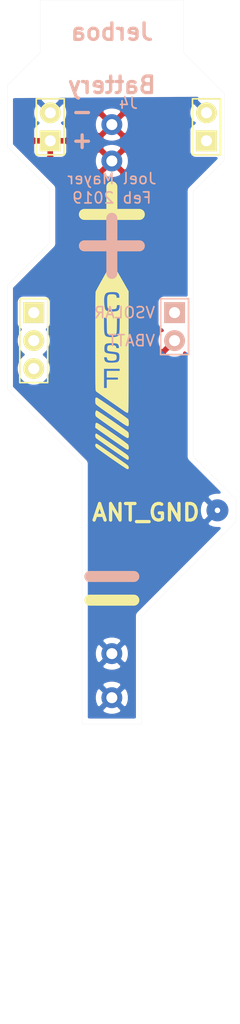
<source format=kicad_pcb>
(kicad_pcb (version 20171130) (host pcbnew "(5.0.0-rc3-dev)")

  (general
    (thickness 1.6)
    (drawings 28)
    (tracks 0)
    (zones 0)
    (modules 9)
    (nets 4)
  )

  (page A4)
  (layers
    (0 F.Cu signal)
    (31 B.Cu signal)
    (32 B.Adhes user)
    (33 F.Adhes user)
    (34 B.Paste user)
    (35 F.Paste user)
    (36 B.SilkS user)
    (37 F.SilkS user)
    (38 B.Mask user)
    (39 F.Mask user)
    (40 Dwgs.User user)
    (41 Cmts.User user)
    (42 Eco1.User user)
    (43 Eco2.User user)
    (44 Edge.Cuts user)
    (45 Margin user)
    (46 B.CrtYd user)
    (47 F.CrtYd user)
    (48 B.Fab user)
    (49 F.Fab user)
  )

  (setup
    (last_trace_width 0.25)
    (user_trace_width 1)
    (trace_clearance 0.2)
    (zone_clearance 0.508)
    (zone_45_only no)
    (trace_min 0.2)
    (segment_width 0.2)
    (edge_width 0.15)
    (via_size 0.8)
    (via_drill 0.4)
    (via_min_size 0.4)
    (via_min_drill 0.3)
    (uvia_size 0.3)
    (uvia_drill 0.1)
    (uvias_allowed no)
    (uvia_min_size 0.2)
    (uvia_min_drill 0.1)
    (pcb_text_width 0.3)
    (pcb_text_size 1.5 1.5)
    (mod_edge_width 0.15)
    (mod_text_size 1 1)
    (mod_text_width 0.15)
    (pad_size 2 2)
    (pad_drill 0.5)
    (pad_to_mask_clearance 0.2)
    (aux_axis_origin 0 0)
    (visible_elements 7FFFFFFF)
    (pcbplotparams
      (layerselection 0x010fc_ffffffff)
      (usegerberextensions false)
      (usegerberattributes false)
      (usegerberadvancedattributes false)
      (creategerberjobfile false)
      (excludeedgelayer true)
      (linewidth 0.100000)
      (plotframeref false)
      (viasonmask false)
      (mode 1)
      (useauxorigin false)
      (hpglpennumber 1)
      (hpglpenspeed 20)
      (hpglpendiameter 15.000000)
      (psnegative false)
      (psa4output false)
      (plotreference true)
      (plotvalue true)
      (plotinvisibletext false)
      (padsonsilk false)
      (subtractmaskfromsilk false)
      (outputformat 1)
      (mirror false)
      (drillshape 1)
      (scaleselection 1)
      (outputdirectory ""))
  )

  (net 0 "")
  (net 1 /V_BATT)
  (net 2 GND)
  (net 3 "Net-(J2-Pad1)")

  (net_class Default "This is the default net class."
    (clearance 0.2)
    (trace_width 0.25)
    (via_dia 0.8)
    (via_drill 0.4)
    (uvia_dia 0.3)
    (uvia_drill 0.1)
    (add_net /V_BATT)
    (add_net GND)
    (add_net "Net-(J2-Pad1)")
  )

  (module jerboa:AA_battery_holder (layer B.Cu) (tedit 5C6C8A49) (tstamp 5C6CC077)
    (at 149.2 126 180)
    (path /5A7246DE)
    (fp_text reference J4 (at -1.5 27.95 180) (layer B.SilkS)
      (effects (font (size 1 1) (thickness 0.15)) (justify mirror))
    )
    (fp_text value BATTERY_HOLDER (at 0 31 180) (layer B.Fab)
      (effects (font (size 1 1) (thickness 0.15)) (justify mirror))
    )
    (fp_line (start 0 17.5) (end 0 12.5) (layer B.SilkS) (width 1))
    (fp_line (start -2.5 15) (end 2.5 15) (layer B.SilkS) (width 1))
    (fp_line (start -2 -15) (end 2 -15) (layer B.SilkS) (width 1))
    (fp_line (start -8.45 28.5) (end -8.45 -28.5) (layer B.CrtYd) (width 0.15))
    (fp_line (start -8.45 -28.5) (end 8.45 -28.5) (layer B.CrtYd) (width 0.15))
    (fp_line (start 8.45 -28.5) (end 8.45 28.5) (layer B.CrtYd) (width 0.15))
    (fp_line (start 8.45 28.5) (end -8.45 28.5) (layer B.CrtYd) (width 0.15))
    (pad 1 thru_hole circle (at 0 26 180) (size 1.9 1.9) (drill 1) (layers *.Cu *.Mask)
      (net 1 /V_BATT))
    (pad 2 thru_hole circle (at 0 -26 180) (size 1.9 1.9) (drill 1) (layers *.Cu *.Mask)
      (net 2 GND))
  )

  (module jerboa:AAA_battery_holder (layer F.Cu) (tedit 5C6C8A7D) (tstamp 5C6C7D7D)
    (at 149.2 125.65)
    (path /5A72385E)
    (fp_text reference J1 (at 0.05 -19.9) (layer F.Fab)
      (effects (font (size 1 1) (thickness 0.15)))
    )
    (fp_text value BATTERY_HOLDER (at 0.11 -19.24) (layer F.Fab)
      (effects (font (size 1 1) (thickness 0.15)))
    )
    (fp_line (start 6.5 -25) (end -6.5 -25) (layer F.CrtYd) (width 0.15))
    (fp_line (start 6.5 25) (end 6.5 -25) (layer F.CrtYd) (width 0.15))
    (fp_line (start -6.5 25) (end 6.5 25) (layer F.CrtYd) (width 0.15))
    (fp_line (start -6.5 -25) (end -6.5 25) (layer F.CrtYd) (width 0.15))
    (fp_line (start -2 17.5) (end 2 17.5) (layer F.SilkS) (width 1))
    (fp_line (start -2.5 -17.5) (end 2.5 -17.5) (layer F.SilkS) (width 1))
    (fp_line (start 0 -20) (end 0 -15) (layer F.SilkS) (width 1))
    (pad 2 thru_hole circle (at 0 22.35) (size 1.9 1.9) (drill 1) (layers *.Cu *.Mask)
      (net 2 GND))
    (pad 1 thru_hole circle (at 0 -22.35) (size 1.9 1.9) (drill 1) (layers *.Cu *.Mask)
      (net 1 /V_BATT))
  )

  (module jerboa:cusf_logo (layer F.Cu) (tedit 0) (tstamp 5C6C8201)
    (at 149.2 121.95)
    (fp_text reference G*** (at 0 0) (layer F.SilkS) hide
      (effects (font (size 1.524 1.524) (thickness 0.3)))
    )
    (fp_text value LOGO (at 0.75 0) (layer F.SilkS) hide
      (effects (font (size 1.524 1.524) (thickness 0.3)))
    )
    (fp_poly (pts (xy 1.476375 -1.335759) (xy 1.476337 -0.640747) (xy 1.476207 -0.00649) (xy 1.475961 0.569757)
      (xy 1.475572 1.09074) (xy 1.475017 1.559203) (xy 1.474269 1.977892) (xy 1.473304 2.349551)
      (xy 1.472096 2.676927) (xy 1.470621 2.962763) (xy 1.468854 3.209806) (xy 1.466769 3.4208)
      (xy 1.464341 3.59849) (xy 1.461546 3.745621) (xy 1.458357 3.86494) (xy 1.454751 3.95919)
      (xy 1.450702 4.031116) (xy 1.446184 4.083465) (xy 1.441174 4.118981) (xy 1.435645 4.140409)
      (xy 1.429573 4.150495) (xy 1.42624 4.152159) (xy 1.375552 4.140192) (xy 1.29264 4.099442)
      (xy 1.20399 4.044333) (xy 0.953216 3.87268) (xy 0.770819 3.747222) (xy 0.770819 -5.61975)
      (xy 0.595913 -5.61975) (xy 0.421008 -5.61975) (xy 0.404593 -5.474114) (xy 0.387049 -5.378255)
      (xy 0.362077 -5.30736) (xy 0.351287 -5.291552) (xy 0.304056 -5.273471) (xy 0.210077 -5.257511)
      (xy 0.086102 -5.246224) (xy 0.037724 -5.24381) (xy -0.100848 -5.24015) (xy -0.203223 -5.24702)
      (xy -0.275137 -5.272599) (xy -0.322326 -5.325062) (xy -0.350525 -5.412588) (xy -0.365471 -5.543353)
      (xy -0.3729 -5.725536) (xy -0.375463 -5.832863) (xy -0.378893 -6.055989) (xy -0.374609 -6.223618)
      (xy -0.357817 -6.343685) (xy -0.323721 -6.424127) (xy -0.267528 -6.472878) (xy -0.184443 -6.497875)
      (xy -0.069672 -6.507053) (xy 0.032622 -6.508317) (xy 0.192919 -6.498485) (xy 0.299687 -6.465397)
      (xy 0.35997 -6.404851) (xy 0.380812 -6.312648) (xy 0.381 -6.300575) (xy 0.381 -6.19125)
      (xy 0.555625 -6.19125) (xy 0.73025 -6.19125) (xy 0.73025 -6.337265) (xy 0.715941 -6.498154)
      (xy 0.669237 -6.620848) (xy 0.584469 -6.709254) (xy 0.455966 -6.76728) (xy 0.278061 -6.798834)
      (xy 0.047625 -6.807833) (xy -0.193899 -6.79791) (xy -0.381167 -6.765933) (xy -0.521317 -6.706078)
      (xy -0.621484 -6.612524) (xy -0.688804 -6.479447) (xy -0.730412 -6.301025) (xy -0.746917 -6.1595)
      (xy -0.753117 -6.006839) (xy -0.749195 -5.830264) (xy -0.736724 -5.645851) (xy -0.717279 -5.469675)
      (xy -0.692434 -5.31781) (xy -0.663763 -5.206332) (xy -0.650444 -5.174415) (xy -0.58114 -5.075787)
      (xy -0.485142 -5.005102) (xy -0.354323 -4.959814) (xy -0.180556 -4.93738) (xy 0.044285 -4.935254)
      (xy 0.106274 -4.937463) (xy 0.311864 -4.953036) (xy 0.46064 -4.980375) (xy 0.534899 -5.007423)
      (xy 0.631868 -5.074437) (xy 0.697457 -5.171269) (xy 0.737813 -5.309854) (xy 0.753843 -5.43254)
      (xy 0.770819 -5.61975) (xy 0.770819 3.747222) (xy 0.769285 3.746166) (xy 0.769285 -4.47675)
      (xy 0.594462 -4.47675) (xy 0.41964 -4.47675) (xy 0.408153 -3.759486) (xy 0.404279 -3.528318)
      (xy 0.400412 -3.352268) (xy 0.395624 -3.222962) (xy 0.388984 -3.132024) (xy 0.379563 -3.071079)
      (xy 0.366432 -3.031753) (xy 0.348661 -3.005671) (xy 0.32532 -2.984458) (xy 0.321816 -2.981611)
      (xy 0.236966 -2.943125) (xy 0.112751 -2.92139) (xy -0.028944 -2.916403) (xy -0.166234 -2.928163)
      (xy -0.277235 -2.956669) (xy -0.321921 -2.981655) (xy -0.346087 -3.002826) (xy -0.364542 -3.027694)
      (xy -0.378208 -3.064634) (xy -0.388005 -3.122021) (xy -0.394854 -3.208229) (xy -0.399676 -3.331633)
      (xy -0.403391 -3.500609) (xy -0.406922 -3.723532) (xy -0.407454 -3.75953) (xy -0.418032 -4.47675)
      (xy -0.590016 -4.47675) (xy -0.762 -4.47675) (xy -0.762 -3.830209) (xy -0.760068 -3.535654)
      (xy -0.752845 -3.297685) (xy -0.738195 -3.109468) (xy -0.71398 -2.964167) (xy -0.678064 -2.854948)
      (xy -0.628308 -2.774975) (xy -0.562577 -2.717414) (xy -0.478732 -2.675429) (xy -0.392031 -2.646997)
      (xy -0.258256 -2.622986) (xy -0.091481 -2.612929) (xy 0.088522 -2.61592) (xy 0.261982 -2.631054)
      (xy 0.409129 -2.657425) (xy 0.498275 -2.687767) (xy 0.569525 -2.726432) (xy 0.625663 -2.769405)
      (xy 0.668637 -2.824468) (xy 0.700394 -2.899402) (xy 0.722882 -3.001988) (xy 0.738048 -3.140008)
      (xy 0.747839 -3.321244) (xy 0.754202 -3.553477) (xy 0.757216 -3.7225) (xy 0.769285 -4.47675)
      (xy 0.769285 3.746166) (xy 0.762 3.741156) (xy 0.762 0.4445) (xy 0.762 0.301625)
      (xy 0.762 0.15875) (xy 0.736942 0.15875) (xy 0.736942 -0.860724) (xy 0.731711 -1.016509)
      (xy 0.70935 -1.13558) (xy 0.662163 -1.224049) (xy 0.582456 -1.288032) (xy 0.462533 -1.333643)
      (xy 0.2947 -1.366996) (xy 0.07126 -1.394205) (xy 0.064689 -1.394881) (xy -0.083663 -1.412558)
      (xy -0.210453 -1.432269) (xy -0.301252 -1.451474) (xy -0.340124 -1.466101) (xy -0.368776 -1.52352)
      (xy -0.379609 -1.616192) (xy -0.372918 -1.71851) (xy -0.348998 -1.804866) (xy -0.33595 -1.827495)
      (xy -0.304997 -1.858) (xy -0.257206 -1.876577) (xy -0.178176 -1.885998) (xy -0.053507 -1.889038)
      (xy -0.015953 -1.889125) (xy 0.144514 -1.883381) (xy 0.251715 -1.862746) (xy 0.315127 -1.822121)
      (xy 0.344224 -1.756405) (xy 0.34925 -1.692557) (xy 0.354693 -1.650488) (xy 0.381312 -1.628577)
      (xy 0.444542 -1.620345) (xy 0.523875 -1.61925) (xy 0.6985 -1.61925) (xy 0.6985 -1.731395)
      (xy 0.685358 -1.840791) (xy 0.653581 -1.950983) (xy 0.652017 -1.954788) (xy 0.605877 -2.034484)
      (xy 0.537811 -2.092742) (xy 0.438801 -2.132464) (xy 0.299829 -2.156552) (xy 0.111879 -2.16791)
      (xy -0.015875 -2.169783) (xy -0.248794 -2.164503) (xy -0.426243 -2.142842) (xy -0.55533 -2.099199)
      (xy -0.643163 -2.027972) (xy -0.69685 -1.92356) (xy -0.7235 -1.780361) (xy -0.73025 -1.606831)
      (xy -0.725312 -1.471045) (xy -0.705722 -1.364781) (xy -0.664316 -1.283446) (xy -0.593931 -1.222446)
      (xy -0.487403 -1.177187) (xy -0.337567 -1.143076) (xy -0.137262 -1.115519) (xy 0.068376 -1.094711)
      (xy 0.185781 -1.078641) (xy 0.283244 -1.056101) (xy 0.335413 -1.034311) (xy 0.37262 -0.973719)
      (xy 0.389423 -0.877804) (xy 0.385783 -0.771389) (xy 0.361655 -0.679299) (xy 0.336081 -0.639975)
      (xy 0.273934 -0.609762) (xy 0.168058 -0.587756) (xy 0.037871 -0.575475) (xy -0.097209 -0.574439)
      (xy -0.217763 -0.586164) (xy -0.254 -0.593835) (xy -0.32754 -0.620676) (xy -0.36799 -0.666443)
      (xy -0.394455 -0.753056) (xy -0.395036 -0.755637) (xy -0.424946 -0.889) (xy -0.597078 -0.889)
      (xy -0.769211 -0.889) (xy -0.74703 -0.741089) (xy -0.712671 -0.576909) (xy -0.660367 -0.463303)
      (xy -0.579163 -0.387734) (xy -0.458099 -0.33766) (xy -0.377182 -0.317838) (xy -0.261069 -0.303266)
      (xy -0.108771 -0.297934) (xy 0.061142 -0.300952) (xy 0.2301 -0.311434) (xy 0.379533 -0.328491)
      (xy 0.49087 -0.351236) (xy 0.518017 -0.360632) (xy 0.616787 -0.421529) (xy 0.683397 -0.513354)
      (xy 0.721951 -0.645487) (xy 0.736557 -0.827305) (xy 0.736942 -0.860724) (xy 0.736942 0.15875)
      (xy 0 0.15875) (xy -0.762 0.15875) (xy -0.762 1.0795) (xy -0.762 2.00025)
      (xy -0.587375 2.00025) (xy -0.41275 2.00025) (xy -0.41275 1.61925) (xy -0.41275 1.23825)
      (xy 0.09525 1.23825) (xy 0.60325 1.23825) (xy 0.60325 1.095375) (xy 0.60325 0.9525)
      (xy 0.09525 0.9525) (xy -0.41275 0.9525) (xy -0.41275 0.6985) (xy -0.41275 0.4445)
      (xy 0.174625 0.4445) (xy 0.762 0.4445) (xy 0.762 3.741156) (xy 0.691382 3.692583)
      (xy 0.42378 3.507752) (xy 0.155702 3.321897) (xy -0.107558 3.138728) (xy -0.36071 2.961954)
      (xy -0.598461 2.795285) (xy -0.815518 2.642431) (xy -1.006589 2.507103) (xy -1.166382 2.393009)
      (xy -1.289604 2.30386) (xy -1.370963 2.243365) (xy -1.404938 2.215504) (xy -1.412718 2.204012)
      (xy -1.419738 2.186137) (xy -1.426038 2.158744) (xy -1.431655 2.118697) (xy -1.43663 2.062861)
      (xy -1.441 1.988099) (xy -1.444805 1.891276) (xy -1.448084 1.769257) (xy -1.450875 1.618907)
      (xy -1.453217 1.437088) (xy -1.455148 1.220667) (xy -1.456709 0.966506) (xy -1.457937 0.671471)
      (xy -1.458872 0.332427) (xy -1.459551 -0.053764) (xy -1.460015 -0.490235) (xy -1.460302 -0.980123)
      (xy -1.46045 -1.526564) (xy -1.460499 -2.132692) (xy -1.4605 -2.271576) (xy -1.460291 -2.977052)
      (xy -1.45966 -3.619833) (xy -1.458599 -4.200724) (xy -1.457105 -4.72053) (xy -1.45517 -5.180054)
      (xy -1.452789 -5.580102) (xy -1.449955 -5.921477) (xy -1.446663 -6.204983) (xy -1.442907 -6.431426)
      (xy -1.43868 -6.601609) (xy -1.433977 -6.716337) (xy -1.428792 -6.776414) (xy -1.426932 -6.784496)
      (xy -1.40463 -6.830572) (xy -1.354584 -6.925793) (xy -1.280181 -7.063962) (xy -1.184812 -7.23888)
      (xy -1.071863 -7.444349) (xy -0.944725 -7.67417) (xy -0.806785 -7.922145) (xy -0.722066 -8.073812)
      (xy -0.556984 -8.368189) (xy -0.419554 -8.611406) (xy -0.306959 -8.808018) (xy -0.216383 -8.962578)
      (xy -0.14501 -9.07964) (xy -0.090023 -9.163757) (xy -0.048606 -9.219483) (xy -0.017943 -9.251372)
      (xy 0.004782 -9.263978) (xy 0.014302 -9.264437) (xy 0.038914 -9.24802) (xy 0.078164 -9.201547)
      (xy 0.134271 -9.121446) (xy 0.209452 -9.004145) (xy 0.305926 -8.846071) (xy 0.425911 -8.643652)
      (xy 0.571624 -8.393316) (xy 0.745283 -8.091489) (xy 0.777875 -8.034573) (xy 1.476375 -6.814021)
      (xy 1.476375 -1.335759)) (layer F.SilkS) (width 0.1))
    (fp_poly (pts (xy 1.49225 5.115267) (xy 1.491183 5.240265) (xy 1.485512 5.314664) (xy 1.47153 5.351355)
      (xy 1.445531 5.363233) (xy 1.420812 5.363765) (xy 1.37111 5.345441) (xy 1.280722 5.296179)
      (xy 1.160317 5.222391) (xy 1.02056 5.13049) (xy 0.936625 5.072668) (xy 0.806238 4.981501)
      (xy 0.633995 4.861315) (xy 0.43021 4.719292) (xy 0.205197 4.562617) (xy -0.030731 4.398471)
      (xy -0.267261 4.234038) (xy -0.365125 4.166046) (xy -0.580518 4.015675) (xy -0.783238 3.872715)
      (xy -0.966311 3.742193) (xy -1.122767 3.629135) (xy -1.245632 3.538567) (xy -1.327933 3.475517)
      (xy -1.357313 3.45079) (xy -1.409356 3.397922) (xy -1.440107 3.349144) (xy -1.455152 3.285749)
      (xy -1.460078 3.189031) (xy -1.4605 3.105271) (xy -1.459397 2.981064) (xy -1.453574 2.907341)
      (xy -1.439266 2.871093) (xy -1.412705 2.859312) (xy -1.389063 2.858579) (xy -1.351209 2.876401)
      (xy -1.267459 2.926741) (xy -1.143793 3.005491) (xy -0.98619 3.108548) (xy -0.80063 3.231806)
      (xy -0.593091 3.371158) (xy -0.369554 3.5225) (xy -0.135997 3.681725) (xy 0.101599 3.844729)
      (xy 0.337256 4.007405) (xy 0.564994 4.165648) (xy 0.778834 4.315354) (xy 0.972796 4.452415)
      (xy 1.140901 4.572726) (xy 1.277169 4.672183) (xy 1.375621 4.746679) (xy 1.430278 4.792108)
      (xy 1.436687 4.798783) (xy 1.467318 4.85266) (xy 1.484797 4.9339) (xy 1.491788 5.057668)
      (xy 1.49225 5.115267)) (layer F.SilkS) (width 0.1))
    (fp_poly (pts (xy 1.49225 6.237431) (xy 1.490642 6.349021) (xy 1.482565 6.411275) (xy 1.463134 6.438336)
      (xy 1.427465 6.444348) (xy 1.420812 6.444314) (xy 1.380464 6.426293) (xy 1.292782 6.374618)
      (xy 1.162296 6.292277) (xy 0.993532 6.182257) (xy 0.79102 6.047546) (xy 0.559287 5.891133)
      (xy 0.302863 5.716003) (xy 0.026275 5.525146) (xy 0 5.506919) (xy -0.262368 5.324298)
      (xy -0.510085 5.150837) (xy -0.738002 4.990213) (xy -0.94097 4.846104) (xy -1.11384 4.722187)
      (xy -1.251462 4.62214) (xy -1.348688 4.549641) (xy -1.400367 4.508367) (xy -1.406318 4.502508)
      (xy -1.43957 4.432205) (xy -1.456566 4.333439) (xy -1.458014 4.225448) (xy -1.444619 4.127466)
      (xy -1.417087 4.058731) (xy -1.389277 4.038219) (xy -1.355002 4.054014) (xy -1.274689 4.102228)
      (xy -1.154277 4.178799) (xy -0.999705 4.279667) (xy -0.816913 4.400774) (xy -0.61184 4.538058)
      (xy -0.390423 4.687459) (xy -0.158604 4.844918) (xy 0.07768 5.006374) (xy 0.312489 5.167767)
      (xy 0.539885 5.325037) (xy 0.753927 5.474124) (xy 0.948678 5.610968) (xy 1.118198 5.731508)
      (xy 1.256547 5.831685) (xy 1.357788 5.907438) (xy 1.41598 5.954708) (xy 1.420812 5.959271)
      (xy 1.461236 6.010068) (xy 1.483081 6.074515) (xy 1.491483 6.172611) (xy 1.49225 6.237431)) (layer F.SilkS) (width 0.1))
    (fp_poly (pts (xy 1.49225 7.351618) (xy 1.488607 7.439393) (xy 1.472018 7.480421) (xy 1.433994 7.491297)
      (xy 1.420812 7.491266) (xy 1.380543 7.473133) (xy 1.293579 7.421737) (xy 1.165073 7.340479)
      (xy 1.000178 7.232759) (xy 0.804046 7.101977) (xy 0.581831 6.951533) (xy 0.338685 6.784826)
      (xy 0.109636 6.626079) (xy -0.146173 6.447829) (xy -0.391263 6.276889) (xy -0.619626 6.117461)
      (xy -0.825254 5.973745) (xy -1.002142 5.849942) (xy -1.144282 5.750252) (xy -1.245666 5.678877)
      (xy -1.296854 5.642499) (xy -1.463605 5.522374) (xy -1.454116 5.340874) (xy -1.446264 5.237885)
      (xy -1.432086 5.183364) (xy -1.404902 5.162284) (xy -1.373456 5.159375) (xy -1.331146 5.177297)
      (xy -1.243394 5.22828) (xy -1.116194 5.308149) (xy -0.955541 5.412729) (xy -0.767429 5.537846)
      (xy -0.557854 5.679324) (xy -0.332808 5.832989) (xy -0.098288 5.994666) (xy 0.139713 6.160179)
      (xy 0.375199 6.325354) (xy 0.602178 6.486016) (xy 0.814653 6.637991) (xy 1.00663 6.777103)
      (xy 1.172115 6.899177) (xy 1.305114 7.000039) (xy 1.399631 7.075513) (xy 1.449673 7.121425)
      (xy 1.455509 7.129601) (xy 1.478778 7.212849) (xy 1.491463 7.320822) (xy 1.49225 7.351618)) (layer F.SilkS) (width 0.1))
    (fp_poly (pts (xy 1.49225 8.289441) (xy 1.486218 8.372215) (xy 1.463097 8.408071) (xy 1.433153 8.41375)
      (xy 1.396297 8.396084) (xy 1.312578 8.345359) (xy 1.18712 8.264984) (xy 1.025043 8.158367)
      (xy 0.831471 8.028916) (xy 0.611526 7.880041) (xy 0.370329 7.71515) (xy 0.113004 7.537651)
      (xy 0.027755 7.478513) (xy -0.234723 7.295857) (xy -0.483028 7.122449) (xy -0.711944 6.961973)
      (xy -0.916256 6.818115) (xy -1.090746 6.69456) (xy -1.2302 6.594994) (xy -1.3294 6.523102)
      (xy -1.383132 6.482569) (xy -1.389524 6.477151) (xy -1.440176 6.406821) (xy -1.459541 6.308226)
      (xy -1.4605 6.269388) (xy -1.451839 6.169364) (xy -1.426185 6.128648) (xy -1.420121 6.12775)
      (xy -1.387076 6.145357) (xy -1.308012 6.195462) (xy -1.188821 6.273987) (xy -1.035393 6.376854)
      (xy -0.853619 6.499987) (xy -0.64939 6.639307) (xy -0.428596 6.790737) (xy -0.197128 6.9502)
      (xy 0.039124 7.113618) (xy 0.274267 7.276914) (xy 0.502413 7.436011) (xy 0.717669 7.586831)
      (xy 0.914146 7.725297) (xy 1.085953 7.847331) (xy 1.227198 7.948856) (xy 1.331991 8.025794)
      (xy 1.394442 8.074069) (xy 1.404937 8.083185) (xy 1.470173 8.166792) (xy 1.491854 8.268028)
      (xy 1.49225 8.289441)) (layer F.SilkS) (width 0.1))
    (fp_poly (pts (xy 1.49225 9.17752) (xy 1.483287 9.244669) (xy 1.447068 9.267469) (xy 1.420812 9.268108)
      (xy 1.381477 9.249778) (xy 1.295504 9.198255) (xy 1.168106 9.117006) (xy 1.004494 9.009499)
      (xy 0.809879 8.879202) (xy 0.589473 8.729583) (xy 0.348487 8.564107) (xy 0.092133 8.386244)
      (xy 0.025068 8.339421) (xy -0.235426 8.156916) (xy -0.482095 7.983332) (xy -0.709636 7.822454)
      (xy -0.912748 7.678063) (xy -1.086132 7.553945) (xy -1.224485 7.453882) (xy -1.322508 7.381657)
      (xy -1.374899 7.341055) (xy -1.379869 7.336653) (xy -1.447785 7.234568) (xy -1.4605 7.15409)
      (xy -1.450785 7.076354) (xy -1.41513 7.051669) (xy -1.343773 7.075112) (xy -1.324077 7.085293)
      (xy -1.2716 7.117623) (xy -1.174931 7.181425) (xy -1.040179 7.272424) (xy -0.873458 7.386343)
      (xy -0.680879 7.518907) (xy -0.468555 7.66584) (xy -0.242599 7.822865) (xy -0.009121 7.985707)
      (xy 0.225765 8.150089) (xy 0.455948 8.311736) (xy 0.675315 8.466372) (xy 0.877754 8.60972)
      (xy 1.057153 8.737506) (xy 1.2074 8.845451) (xy 1.322383 8.929282) (xy 1.395988 8.984721)
      (xy 1.420812 9.005577) (xy 1.473309 9.092618) (xy 1.49225 9.17752)) (layer F.SilkS) (width 0.1))
  )

  (module agg:SIL-254P-02 (layer B.Cu) (tedit 5C6C24A9) (tstamp 5C6C6B8C)
    (at 154.9 118.33 270)
    (path /5A722E07)
    (fp_text reference J2 (at 0.15 2.35 270) (layer B.Fab)
      (effects (font (size 1 1) (thickness 0.15)) (justify mirror))
    )
    (fp_text value CONN_01x02 (at 0 -2.22 270) (layer B.Fab)
      (effects (font (size 1 1) (thickness 0.15)) (justify mirror))
    )
    (fp_line (start -2.54 1.27) (end 2.54 1.27) (layer B.Fab) (width 0.01))
    (fp_line (start 2.54 1.27) (end 2.54 -1.27) (layer B.Fab) (width 0.01))
    (fp_line (start 2.54 -1.27) (end -2.54 -1.27) (layer B.Fab) (width 0.01))
    (fp_line (start -2.54 -1.27) (end -2.54 1.27) (layer B.Fab) (width 0.01))
    (fp_line (start -2.54 1.27) (end 2.54 1.27) (layer B.SilkS) (width 0.15))
    (fp_line (start 2.54 1.27) (end 2.54 -1.27) (layer B.SilkS) (width 0.15))
    (fp_line (start 2.54 -1.27) (end -2.54 -1.27) (layer B.SilkS) (width 0.15))
    (fp_line (start -2.54 -1.27) (end -2.54 1.27) (layer B.SilkS) (width 0.15))
    (fp_line (start -2.8 1.55) (end 2.8 1.55) (layer B.CrtYd) (width 0.01))
    (fp_line (start 2.8 1.55) (end 2.8 -1.55) (layer B.CrtYd) (width 0.01))
    (fp_line (start 2.8 -1.55) (end -2.8 -1.55) (layer B.CrtYd) (width 0.01))
    (fp_line (start -2.8 -1.55) (end -2.8 1.55) (layer B.CrtYd) (width 0.01))
    (pad 1 thru_hole rect (at -1.27 0 270) (size 1.9 1.9) (drill 1) (layers *.Cu *.Mask B.SilkS)
      (net 3 "Net-(J2-Pad1)"))
    (pad 2 thru_hole circle (at 1.27 0 270) (size 1.9 1.9) (drill 1) (layers *.Cu *.Mask B.SilkS)
      (net 1 /V_BATT))
    (model ${KISYS3DMOD}/Pin_Headers.3dshapes/Pin_Header_Straight_1x02.wrl
      (at (xyz 0 0 0))
      (scale (xyz 1 1 1))
      (rotate (xyz 0 0 0))
    )
  )

  (module agg:SIL-254P-03 (layer F.Cu) (tedit 57656D66) (tstamp 5C6C7471)
    (at 142.1 119.6 270)
    (fp_text reference REF** (at 0 -2.22 270) (layer F.Fab)
      (effects (font (size 1 1) (thickness 0.15)))
    )
    (fp_text value SIL-254P-03 (at 0 2.22 270) (layer F.Fab)
      (effects (font (size 1 1) (thickness 0.15)))
    )
    (fp_line (start -4.1 1.55) (end -4.1 -1.55) (layer F.CrtYd) (width 0.01))
    (fp_line (start 4.1 1.55) (end -4.1 1.55) (layer F.CrtYd) (width 0.01))
    (fp_line (start 4.1 -1.55) (end 4.1 1.55) (layer F.CrtYd) (width 0.01))
    (fp_line (start -4.1 -1.55) (end 4.1 -1.55) (layer F.CrtYd) (width 0.01))
    (fp_line (start -3.81 1.27) (end -3.81 -1.27) (layer F.SilkS) (width 0.15))
    (fp_line (start 3.81 1.27) (end -3.81 1.27) (layer F.SilkS) (width 0.15))
    (fp_line (start 3.81 -1.27) (end 3.81 1.27) (layer F.SilkS) (width 0.15))
    (fp_line (start -3.81 -1.27) (end 3.81 -1.27) (layer F.SilkS) (width 0.15))
    (fp_line (start -3.81 1.27) (end -3.81 -1.27) (layer F.Fab) (width 0.01))
    (fp_line (start 3.81 1.27) (end -3.81 1.27) (layer F.Fab) (width 0.01))
    (fp_line (start 3.81 -1.27) (end 3.81 1.27) (layer F.Fab) (width 0.01))
    (fp_line (start -3.81 -1.27) (end 3.81 -1.27) (layer F.Fab) (width 0.01))
    (pad 3 thru_hole circle (at 2.54 0 270) (size 1.9 1.9) (drill 1) (layers *.Cu *.Mask F.SilkS))
    (pad 2 thru_hole circle (at 0 0 270) (size 1.9 1.9) (drill 1) (layers *.Cu *.Mask F.SilkS))
    (pad 1 thru_hole rect (at -2.54 0 270) (size 1.9 1.9) (drill 1) (layers *.Cu *.Mask F.SilkS))
    (model ${KISYS3DMOD}/Pin_Headers.3dshapes/Pin_Header_Straight_1x03.wrl
      (at (xyz 0 0 0))
      (scale (xyz 1 1 1))
      (rotate (xyz 0 0 0))
    )
  )

  (module agg:SIL-254P-02 (layer F.Cu) (tedit 5C6C1FB3) (tstamp 5C6C712B)
    (at 157.8 100.2 90)
    (fp_text reference REF** (at 0 -2.22 90) (layer F.Fab)
      (effects (font (size 1 1) (thickness 0.15)))
    )
    (fp_text value SIL-254P-02 (at 0 2.22 90) (layer F.Fab)
      (effects (font (size 1 1) (thickness 0.15)))
    )
    (fp_line (start -2.8 1.55) (end -2.8 -1.55) (layer F.CrtYd) (width 0.01))
    (fp_line (start 2.8 1.55) (end -2.8 1.55) (layer F.CrtYd) (width 0.01))
    (fp_line (start 2.8 -1.55) (end 2.8 1.55) (layer F.CrtYd) (width 0.01))
    (fp_line (start -2.8 -1.55) (end 2.8 -1.55) (layer F.CrtYd) (width 0.01))
    (fp_line (start -2.54 1.27) (end -2.54 -1.27) (layer F.SilkS) (width 0.15))
    (fp_line (start 2.54 1.27) (end -2.54 1.27) (layer F.SilkS) (width 0.15))
    (fp_line (start 2.54 -1.27) (end 2.54 1.27) (layer F.SilkS) (width 0.15))
    (fp_line (start -2.54 -1.27) (end 2.54 -1.27) (layer F.SilkS) (width 0.15))
    (fp_line (start -2.54 1.27) (end -2.54 -1.27) (layer F.Fab) (width 0.01))
    (fp_line (start 2.54 1.27) (end -2.54 1.27) (layer F.Fab) (width 0.01))
    (fp_line (start 2.54 -1.27) (end 2.54 1.27) (layer F.Fab) (width 0.01))
    (fp_line (start -2.54 -1.27) (end 2.54 -1.27) (layer F.Fab) (width 0.01))
    (pad 2 thru_hole circle (at 1.27 0 90) (size 1.9 1.9) (drill 1) (layers *.Cu *.Mask F.SilkS)
      (net 2 GND))
    (pad 1 thru_hole rect (at -1.27 0 90) (size 1.9 1.9) (drill 1) (layers *.Cu *.Mask F.SilkS))
    (model ${KISYS3DMOD}/Pin_Headers.3dshapes/Pin_Header_Straight_1x02.wrl
      (at (xyz 0 0 0))
      (scale (xyz 1 1 1))
      (rotate (xyz 0 0 0))
    )
  )

  (module agg:M2.5_HOLE (layer F.Cu) (tedit 5C6C1E61) (tstamp 5C6C6B5C)
    (at 149.2 94)
    (fp_text reference REF** (at 0 -2.5) (layer F.Fab) hide
      (effects (font (size 1 1) (thickness 0.15)))
    )
    (fp_text value M2.5_HOLE (at 0 2.5) (layer F.Fab) hide
      (effects (font (size 1 1) (thickness 0.15)))
    )
    (fp_line (start -1.8 -1.8) (end 1.8 -1.8) (layer F.CrtYd) (width 0.01))
    (fp_line (start 1.8 -1.8) (end 1.8 1.8) (layer F.CrtYd) (width 0.01))
    (fp_line (start 1.8 1.8) (end -1.8 1.8) (layer F.CrtYd) (width 0.01))
    (fp_line (start -1.8 1.8) (end -1.8 -1.8) (layer F.CrtYd) (width 0.01))
    (pad "" np_thru_hole circle (at 0 0) (size 2.75 2.75) (drill 2.75) (layers *.Cu F.Mask))
  )

  (module agg:SIL-254P-02 (layer F.Cu) (tedit 57656D66) (tstamp 5C6C82C7)
    (at 143.6 100.2 90)
    (path /5A723D3B)
    (fp_text reference J3 (at 0 -2.22 90) (layer F.Fab)
      (effects (font (size 1 1) (thickness 0.15)))
    )
    (fp_text value CONN_01x02 (at 0 2.22 90) (layer F.Fab)
      (effects (font (size 1 1) (thickness 0.15)))
    )
    (fp_line (start -2.54 -1.27) (end 2.54 -1.27) (layer F.Fab) (width 0.01))
    (fp_line (start 2.54 -1.27) (end 2.54 1.27) (layer F.Fab) (width 0.01))
    (fp_line (start 2.54 1.27) (end -2.54 1.27) (layer F.Fab) (width 0.01))
    (fp_line (start -2.54 1.27) (end -2.54 -1.27) (layer F.Fab) (width 0.01))
    (fp_line (start -2.54 -1.27) (end 2.54 -1.27) (layer F.SilkS) (width 0.15))
    (fp_line (start 2.54 -1.27) (end 2.54 1.27) (layer F.SilkS) (width 0.15))
    (fp_line (start 2.54 1.27) (end -2.54 1.27) (layer F.SilkS) (width 0.15))
    (fp_line (start -2.54 1.27) (end -2.54 -1.27) (layer F.SilkS) (width 0.15))
    (fp_line (start -2.8 -1.55) (end 2.8 -1.55) (layer F.CrtYd) (width 0.01))
    (fp_line (start 2.8 -1.55) (end 2.8 1.55) (layer F.CrtYd) (width 0.01))
    (fp_line (start 2.8 1.55) (end -2.8 1.55) (layer F.CrtYd) (width 0.01))
    (fp_line (start -2.8 1.55) (end -2.8 -1.55) (layer F.CrtYd) (width 0.01))
    (pad 1 thru_hole rect (at -1.27 0 90) (size 1.9 1.9) (drill 1) (layers *.Cu *.Mask F.SilkS)
      (net 1 /V_BATT))
    (pad 2 thru_hole circle (at 1.27 0 90) (size 1.9 1.9) (drill 1) (layers *.Cu *.Mask F.SilkS)
      (net 2 GND))
    (model ${KISYS3DMOD}/Pin_Headers.3dshapes/Pin_Header_Straight_1x02.wrl
      (at (xyz 0 0 0))
      (scale (xyz 1 1 1))
      (rotate (xyz 0 0 0))
    )
  )

  (module jerboa:ANT_GND_PASSTHROUGH (layer F.Cu) (tedit 5C6C83DB) (tstamp 5C6CBFE9)
    (at 158.4 126.9)
    (path /5C6C84B9)
    (fp_text reference TP1 (at 0 -1.4) (layer F.Fab) hide
      (effects (font (size 1 1) (thickness 0.15)))
    )
    (fp_text value TESTPAD (at 0 1.6) (layer F.SilkS) hide
      (effects (font (size 1 1) (thickness 0.15)))
    )
    (pad 1 thru_hole circle (at 0.4 8.1) (size 2 2) (drill 0.5) (layers *.Cu *.Mask)
      (net 2 GND))
  )

  (gr_text ANT_GND (at 152.3 135.2) (layer F.SilkS)
    (effects (font (size 1.5 1.5) (thickness 0.3)))
  )
  (gr_line (start 156.6 130.1) (end 160.5 134) (layer Edge.Cuts) (width 0.01) (tstamp 5C6CC158))
  (gr_line (start 160.5 134) (end 160.5 136) (layer Edge.Cuts) (width 0.01) (tstamp 5C6CC158))
  (gr_line (start 139.7 96.45) (end 139.7 102) (layer Edge.Cuts) (width 0.01) (tstamp 5C6CC158))
  (gr_line (start 143.55 110.75) (end 143.55 105.85) (layer Edge.Cuts) (width 0.01) (tstamp 5C6CC13B))
  (gr_line (start 139.7 114.6) (end 143.55 110.75) (layer Edge.Cuts) (width 0.01) (tstamp 5C6CC13A))
  (gr_line (start 139.7 102) (end 143.55 105.85) (layer Edge.Cuts) (width 0.01) (tstamp 5C6CC139))
  (gr_line (start 151.9 154.4) (end 151.9 144.6) (layer Edge.Cuts) (width 0.01) (tstamp 5C6CC0DB))
  (gr_line (start 160.5 136) (end 151.9 144.6) (layer Edge.Cuts) (width 0.01) (tstamp 5C6CC0D5))
  (gr_line (start 146.5 130.8) (end 139.7 124) (layer Edge.Cuts) (width 0.01))
  (gr_line (start 146.5 154.4) (end 146.5 130.8) (layer Edge.Cuts) (width 0.01))
  (gr_line (start 151.9 154.4) (end 146.5 154.4) (layer Edge.Cuts) (width 0.01))
  (gr_text + (at 146.5 101.4) (layer B.SilkS)
    (effects (font (size 1.5 1.5) (thickness 0.3)) (justify mirror))
  )
  (gr_text - (at 146.5 98.8) (layer B.SilkS)
    (effects (font (size 1.5 1.5) (thickness 0.3)) (justify mirror))
  )
  (gr_text "Feb 2019" (at 149.2 106.65) (layer B.SilkS)
    (effects (font (size 1 1) (thickness 0.15)) (justify mirror))
  )
  (gr_text "Joel Mayer" (at 149.2 104.9) (layer B.SilkS)
    (effects (font (size 1 1) (thickness 0.15)) (justify mirror))
  )
  (gr_text VBATT (at 151 119.6) (layer B.SilkS)
    (effects (font (size 1 1) (thickness 0.15)) (justify mirror))
  )
  (gr_text "VSOLAR\n" (at 150.36 117.06) (layer B.SilkS)
    (effects (font (size 1 1) (thickness 0.15)) (justify mirror))
  )
  (gr_text "Jerboa\n\nBattery" (at 149.2 94) (layer B.SilkS)
    (effects (font (size 1.5 1.5) (thickness 0.3)) (justify mirror))
  )
  (gr_line (start 156.6 130.1) (end 156.6 106.05) (layer Edge.Cuts) (width 0.01) (tstamp 5C6C7A9C))
  (gr_line (start 156.6 106.05) (end 159.45 103.2) (layer Edge.Cuts) (width 0.01))
  (gr_line (start 159.45 103.2) (end 159.45 97.2) (layer Edge.Cuts) (width 0.01))
  (gr_line (start 139.7 114.6) (end 139.7 124) (layer Edge.Cuts) (width 0.01) (tstamp 5C6C826E))
  (gr_line (start 155.7 88.7) (end 155.7 93.45) (layer Edge.Cuts) (width 0.01) (tstamp 5C6C79E8))
  (gr_line (start 159.45 97.2) (end 155.7 93.45) (layer Edge.Cuts) (width 0.01))
  (gr_line (start 142.7 93.45) (end 142.7 88.7) (layer Edge.Cuts) (width 0.01) (tstamp 5C6C79E2))
  (gr_line (start 139.7 96.45) (end 142.7 93.45) (layer Edge.Cuts) (width 0.01))
  (gr_line (start 155.7 88.7) (end 142.7 88.7) (layer Edge.Cuts) (width 0.01))

  (zone (net 2) (net_name GND) (layer B.Cu) (tstamp 5C6C805A) (hatch edge 0.508)
    (connect_pads (clearance 0.508))
    (min_thickness 0.254)
    (fill yes (arc_segments 32) (thermal_gap 0.508) (thermal_bridge_width 0.508))
    (polygon
      (pts
        (xy 139.8 181.61) (xy 139.8 97.6) (xy 160.6 97.45) (xy 160.6 181.46)
      )
    )
    (filled_polygon
      (pts
        (xy 156.879853 97.830248) (xy 157.8 98.750395) (xy 157.814143 98.736253) (xy 157.993748 98.915858) (xy 157.979605 98.93)
        (xy 157.993748 98.944143) (xy 157.814143 99.123748) (xy 157.8 99.109605) (xy 157.785858 99.123748) (xy 157.606253 98.944143)
        (xy 157.620395 98.93) (xy 156.700248 98.009853) (xy 156.440958 98.099579) (xy 156.305065 98.380671) (xy 156.226621 98.682873)
        (xy 156.208641 98.994573) (xy 156.251816 99.303791) (xy 156.354487 99.598644) (xy 156.440958 99.760421) (xy 156.700246 99.850146)
        (xy 156.626022 99.92437) (xy 156.60582 99.930498) (xy 156.495506 99.989463) (xy 156.398815 100.068815) (xy 156.319463 100.165506)
        (xy 156.260498 100.27582) (xy 156.224188 100.395518) (xy 156.211928 100.52) (xy 156.211928 102.42) (xy 156.224188 102.544482)
        (xy 156.260498 102.66418) (xy 156.319463 102.774494) (xy 156.398815 102.871185) (xy 156.495506 102.950537) (xy 156.60582 103.009502)
        (xy 156.725518 103.045812) (xy 156.85 103.058072) (xy 158.686832 103.058072) (xy 156.169682 105.575222) (xy 156.145263 105.595262)
        (xy 156.065286 105.692715) (xy 156.005858 105.803898) (xy 155.969261 105.924539) (xy 155.956904 106.05) (xy 155.960001 106.081444)
        (xy 155.960001 115.482762) (xy 155.85 115.471928) (xy 153.95 115.471928) (xy 153.825518 115.484188) (xy 153.70582 115.520498)
        (xy 153.595506 115.579463) (xy 153.498815 115.658815) (xy 153.419463 115.755506) (xy 153.360498 115.86582) (xy 153.324188 115.985518)
        (xy 153.311928 116.11) (xy 153.311928 118.01) (xy 153.324188 118.134482) (xy 153.360498 118.25418) (xy 153.419463 118.364494)
        (xy 153.498815 118.461185) (xy 153.595506 118.540537) (xy 153.675289 118.583182) (xy 153.66885 118.589621) (xy 153.495391 118.849221)
        (xy 153.375911 119.137673) (xy 153.315 119.443891) (xy 153.315 119.756109) (xy 153.375911 120.062327) (xy 153.495391 120.350779)
        (xy 153.66885 120.610379) (xy 153.889621 120.83115) (xy 154.149221 121.004609) (xy 154.437673 121.124089) (xy 154.743891 121.185)
        (xy 155.056109 121.185) (xy 155.362327 121.124089) (xy 155.650779 121.004609) (xy 155.910379 120.83115) (xy 155.96 120.781529)
        (xy 155.96 130.068566) (xy 155.956904 130.1) (xy 155.96 130.131433) (xy 155.969261 130.225461) (xy 156.005857 130.346101)
        (xy 156.065285 130.457284) (xy 156.145262 130.554738) (xy 156.169687 130.574783) (xy 158.966993 133.372089) (xy 158.737405 133.358282)
        (xy 158.418325 133.402039) (xy 158.113912 133.507205) (xy 157.939956 133.600186) (xy 157.844192 133.864587) (xy 158.8 134.820395)
        (xy 158.814143 134.806253) (xy 158.993748 134.985858) (xy 158.979605 135) (xy 158.993748 135.014143) (xy 158.814143 135.193748)
        (xy 158.8 135.179605) (xy 157.844192 136.135413) (xy 157.939956 136.399814) (xy 158.229571 136.540704) (xy 158.541108 136.622384)
        (xy 158.862595 136.641718) (xy 158.967584 136.62732) (xy 151.469682 144.125222) (xy 151.445263 144.145262) (xy 151.365286 144.242715)
        (xy 151.305858 144.353898) (xy 151.269261 144.474539) (xy 151.256904 144.6) (xy 151.260001 144.631444) (xy 151.26 153.76)
        (xy 147.14 153.76) (xy 147.14 153.099752) (xy 148.279853 153.099752) (xy 148.369579 153.359042) (xy 148.650671 153.494935)
        (xy 148.952873 153.573379) (xy 149.264573 153.591359) (xy 149.573791 153.548184) (xy 149.868644 153.445513) (xy 150.030421 153.359042)
        (xy 150.120147 153.099752) (xy 149.2 152.179605) (xy 148.279853 153.099752) (xy 147.14 153.099752) (xy 147.14 152.064573)
        (xy 147.608641 152.064573) (xy 147.651816 152.373791) (xy 147.754487 152.668644) (xy 147.840958 152.830421) (xy 148.100248 152.920147)
        (xy 149.020395 152) (xy 149.379605 152) (xy 150.299752 152.920147) (xy 150.559042 152.830421) (xy 150.694935 152.549329)
        (xy 150.773379 152.247127) (xy 150.791359 151.935427) (xy 150.748184 151.626209) (xy 150.645513 151.331356) (xy 150.559042 151.169579)
        (xy 150.299752 151.079853) (xy 149.379605 152) (xy 149.020395 152) (xy 148.100248 151.079853) (xy 147.840958 151.169579)
        (xy 147.705065 151.450671) (xy 147.626621 151.752873) (xy 147.608641 152.064573) (xy 147.14 152.064573) (xy 147.14 150.900248)
        (xy 148.279853 150.900248) (xy 149.2 151.820395) (xy 150.120147 150.900248) (xy 150.030421 150.640958) (xy 149.749329 150.505065)
        (xy 149.447127 150.426621) (xy 149.135427 150.408641) (xy 148.826209 150.451816) (xy 148.531356 150.554487) (xy 148.369579 150.640958)
        (xy 148.279853 150.900248) (xy 147.14 150.900248) (xy 147.14 149.099752) (xy 148.279853 149.099752) (xy 148.369579 149.359042)
        (xy 148.650671 149.494935) (xy 148.952873 149.573379) (xy 149.264573 149.591359) (xy 149.573791 149.548184) (xy 149.868644 149.445513)
        (xy 150.030421 149.359042) (xy 150.120147 149.099752) (xy 149.2 148.179605) (xy 148.279853 149.099752) (xy 147.14 149.099752)
        (xy 147.14 148.064573) (xy 147.608641 148.064573) (xy 147.651816 148.373791) (xy 147.754487 148.668644) (xy 147.840958 148.830421)
        (xy 148.100248 148.920147) (xy 149.020395 148) (xy 149.379605 148) (xy 150.299752 148.920147) (xy 150.559042 148.830421)
        (xy 150.694935 148.549329) (xy 150.773379 148.247127) (xy 150.791359 147.935427) (xy 150.748184 147.626209) (xy 150.645513 147.331356)
        (xy 150.559042 147.169579) (xy 150.299752 147.079853) (xy 149.379605 148) (xy 149.020395 148) (xy 148.100248 147.079853)
        (xy 147.840958 147.169579) (xy 147.705065 147.450671) (xy 147.626621 147.752873) (xy 147.608641 148.064573) (xy 147.14 148.064573)
        (xy 147.14 146.900248) (xy 148.279853 146.900248) (xy 149.2 147.820395) (xy 150.120147 146.900248) (xy 150.030421 146.640958)
        (xy 149.749329 146.505065) (xy 149.447127 146.426621) (xy 149.135427 146.408641) (xy 148.826209 146.451816) (xy 148.531356 146.554487)
        (xy 148.369579 146.640958) (xy 148.279853 146.900248) (xy 147.14 146.900248) (xy 147.14 135.062595) (xy 157.158282 135.062595)
        (xy 157.202039 135.381675) (xy 157.307205 135.686088) (xy 157.400186 135.860044) (xy 157.664587 135.955808) (xy 158.620395 135)
        (xy 157.664587 134.044192) (xy 157.400186 134.139956) (xy 157.259296 134.429571) (xy 157.177616 134.741108) (xy 157.158282 135.062595)
        (xy 147.14 135.062595) (xy 147.14 130.831433) (xy 147.143096 130.799999) (xy 147.130739 130.674537) (xy 147.118659 130.634715)
        (xy 147.094143 130.553898) (xy 147.034715 130.442715) (xy 146.954738 130.345262) (xy 146.930319 130.325222) (xy 140.34 123.734904)
        (xy 140.34 116.11) (xy 140.511928 116.11) (xy 140.511928 118.01) (xy 140.524188 118.134482) (xy 140.560498 118.25418)
        (xy 140.619463 118.364494) (xy 140.698815 118.461185) (xy 140.795506 118.540537) (xy 140.875289 118.583182) (xy 140.86885 118.589621)
        (xy 140.695391 118.849221) (xy 140.575911 119.137673) (xy 140.515 119.443891) (xy 140.515 119.756109) (xy 140.575911 120.062327)
        (xy 140.695391 120.350779) (xy 140.86885 120.610379) (xy 141.089621 120.83115) (xy 141.147764 120.87) (xy 141.089621 120.90885)
        (xy 140.86885 121.129621) (xy 140.695391 121.389221) (xy 140.575911 121.677673) (xy 140.515 121.983891) (xy 140.515 122.296109)
        (xy 140.575911 122.602327) (xy 140.695391 122.890779) (xy 140.86885 123.150379) (xy 141.089621 123.37115) (xy 141.349221 123.544609)
        (xy 141.637673 123.664089) (xy 141.943891 123.725) (xy 142.256109 123.725) (xy 142.562327 123.664089) (xy 142.850779 123.544609)
        (xy 143.110379 123.37115) (xy 143.33115 123.150379) (xy 143.504609 122.890779) (xy 143.624089 122.602327) (xy 143.685 122.296109)
        (xy 143.685 121.983891) (xy 143.624089 121.677673) (xy 143.504609 121.389221) (xy 143.33115 121.129621) (xy 143.110379 120.90885)
        (xy 143.052236 120.87) (xy 143.110379 120.83115) (xy 143.33115 120.610379) (xy 143.504609 120.350779) (xy 143.624089 120.062327)
        (xy 143.685 119.756109) (xy 143.685 119.443891) (xy 143.624089 119.137673) (xy 143.504609 118.849221) (xy 143.33115 118.589621)
        (xy 143.324711 118.583182) (xy 143.404494 118.540537) (xy 143.501185 118.461185) (xy 143.580537 118.364494) (xy 143.639502 118.25418)
        (xy 143.675812 118.134482) (xy 143.688072 118.01) (xy 143.688072 116.11) (xy 143.675812 115.985518) (xy 143.639502 115.86582)
        (xy 143.580537 115.755506) (xy 143.501185 115.658815) (xy 143.404494 115.579463) (xy 143.29418 115.520498) (xy 143.174482 115.484188)
        (xy 143.05 115.471928) (xy 141.15 115.471928) (xy 141.025518 115.484188) (xy 140.90582 115.520498) (xy 140.795506 115.579463)
        (xy 140.698815 115.658815) (xy 140.619463 115.755506) (xy 140.560498 115.86582) (xy 140.524188 115.985518) (xy 140.511928 116.11)
        (xy 140.34 116.11) (xy 140.34 114.865096) (xy 143.98032 111.224777) (xy 144.004738 111.204738) (xy 144.084715 111.107285)
        (xy 144.144143 110.996102) (xy 144.180739 110.875462) (xy 144.19 110.781434) (xy 144.19 110.781433) (xy 144.193096 110.750001)
        (xy 144.19 110.718567) (xy 144.19 105.881433) (xy 144.193096 105.849999) (xy 144.180739 105.724537) (xy 144.14893 105.619679)
        (xy 144.144143 105.603898) (xy 144.084715 105.492715) (xy 144.004738 105.395262) (xy 143.980319 105.375222) (xy 141.748988 103.143891)
        (xy 147.615 103.143891) (xy 147.615 103.456109) (xy 147.675911 103.762327) (xy 147.795391 104.050779) (xy 147.96885 104.310379)
        (xy 148.189621 104.53115) (xy 148.449221 104.704609) (xy 148.737673 104.824089) (xy 149.043891 104.885) (xy 149.356109 104.885)
        (xy 149.662327 104.824089) (xy 149.950779 104.704609) (xy 150.210379 104.53115) (xy 150.43115 104.310379) (xy 150.604609 104.050779)
        (xy 150.724089 103.762327) (xy 150.785 103.456109) (xy 150.785 103.143891) (xy 150.724089 102.837673) (xy 150.604609 102.549221)
        (xy 150.43115 102.289621) (xy 150.210379 102.06885) (xy 149.950779 101.895391) (xy 149.662327 101.775911) (xy 149.356109 101.715)
        (xy 149.043891 101.715) (xy 148.737673 101.775911) (xy 148.449221 101.895391) (xy 148.189621 102.06885) (xy 147.96885 102.289621)
        (xy 147.795391 102.549221) (xy 147.675911 102.837673) (xy 147.615 103.143891) (xy 141.748988 103.143891) (xy 140.34 101.734904)
        (xy 140.34 98.994573) (xy 142.008641 98.994573) (xy 142.051816 99.303791) (xy 142.154487 99.598644) (xy 142.240958 99.760421)
        (xy 142.500246 99.850146) (xy 142.426022 99.92437) (xy 142.40582 99.930498) (xy 142.295506 99.989463) (xy 142.198815 100.068815)
        (xy 142.119463 100.165506) (xy 142.060498 100.27582) (xy 142.024188 100.395518) (xy 142.011928 100.52) (xy 142.011928 102.42)
        (xy 142.024188 102.544482) (xy 142.060498 102.66418) (xy 142.119463 102.774494) (xy 142.198815 102.871185) (xy 142.295506 102.950537)
        (xy 142.40582 103.009502) (xy 142.525518 103.045812) (xy 142.65 103.058072) (xy 144.55 103.058072) (xy 144.674482 103.045812)
        (xy 144.79418 103.009502) (xy 144.904494 102.950537) (xy 145.001185 102.871185) (xy 145.080537 102.774494) (xy 145.139502 102.66418)
        (xy 145.175812 102.544482) (xy 145.188072 102.42) (xy 145.188072 100.52) (xy 145.175812 100.395518) (xy 145.139502 100.27582)
        (xy 145.080537 100.165506) (xy 145.001185 100.068815) (xy 144.904494 99.989463) (xy 144.79418 99.930498) (xy 144.773978 99.92437)
        (xy 144.699754 99.850146) (xy 144.717829 99.843891) (xy 147.615 99.843891) (xy 147.615 100.156109) (xy 147.675911 100.462327)
        (xy 147.795391 100.750779) (xy 147.96885 101.010379) (xy 148.189621 101.23115) (xy 148.449221 101.404609) (xy 148.737673 101.524089)
        (xy 149.043891 101.585) (xy 149.356109 101.585) (xy 149.662327 101.524089) (xy 149.950779 101.404609) (xy 150.210379 101.23115)
        (xy 150.43115 101.010379) (xy 150.604609 100.750779) (xy 150.724089 100.462327) (xy 150.785 100.156109) (xy 150.785 99.843891)
        (xy 150.724089 99.537673) (xy 150.604609 99.249221) (xy 150.43115 98.989621) (xy 150.210379 98.76885) (xy 149.950779 98.595391)
        (xy 149.662327 98.475911) (xy 149.356109 98.415) (xy 149.043891 98.415) (xy 148.737673 98.475911) (xy 148.449221 98.595391)
        (xy 148.189621 98.76885) (xy 147.96885 98.989621) (xy 147.795391 99.249221) (xy 147.675911 99.537673) (xy 147.615 99.843891)
        (xy 144.717829 99.843891) (xy 144.959042 99.760421) (xy 145.094935 99.479329) (xy 145.173379 99.177127) (xy 145.191359 98.865427)
        (xy 145.148184 98.556209) (xy 145.045513 98.261356) (xy 144.959042 98.099579) (xy 144.699752 98.009853) (xy 143.779605 98.93)
        (xy 143.793748 98.944143) (xy 143.614143 99.123748) (xy 143.6 99.109605) (xy 143.585858 99.123748) (xy 143.406253 98.944143)
        (xy 143.420395 98.93) (xy 142.500248 98.009853) (xy 142.240958 98.099579) (xy 142.105065 98.380671) (xy 142.026621 98.682873)
        (xy 142.008641 98.994573) (xy 140.34 98.994573) (xy 140.34 97.72311) (xy 142.722874 97.705925) (xy 142.679853 97.830248)
        (xy 143.6 98.750395) (xy 144.520147 97.830248) (xy 144.472759 97.693306) (xy 156.958399 97.603265)
      )
    )
  )
  (zone (net 1) (net_name /V_BATT) (layer F.Cu) (tstamp 5C6C8057) (hatch edge 0.508)
    (connect_pads (clearance 0.508))
    (min_thickness 0.254)
    (fill yes (arc_segments 32) (thermal_gap 0.508) (thermal_bridge_width 0.508))
    (polygon
      (pts
        (xy 139.8 181.61) (xy 139.8 97.6) (xy 160.55 97.45) (xy 160.55 181.46)
      )
    )
    (filled_polygon
      (pts
        (xy 156.789621 97.69885) (xy 156.56885 97.919621) (xy 156.395391 98.179221) (xy 156.275911 98.467673) (xy 156.215 98.773891)
        (xy 156.215 99.086109) (xy 156.275911 99.392327) (xy 156.395391 99.680779) (xy 156.56885 99.940379) (xy 156.575289 99.946818)
        (xy 156.495506 99.989463) (xy 156.398815 100.068815) (xy 156.319463 100.165506) (xy 156.260498 100.27582) (xy 156.224188 100.395518)
        (xy 156.211928 100.52) (xy 156.211928 102.42) (xy 156.224188 102.544482) (xy 156.260498 102.66418) (xy 156.319463 102.774494)
        (xy 156.398815 102.871185) (xy 156.495506 102.950537) (xy 156.60582 103.009502) (xy 156.725518 103.045812) (xy 156.85 103.058072)
        (xy 158.686832 103.058072) (xy 156.169682 105.575222) (xy 156.145263 105.595262) (xy 156.065286 105.692715) (xy 156.005858 105.803898)
        (xy 155.969261 105.924539) (xy 155.956904 106.05) (xy 155.960001 106.081444) (xy 155.960001 115.482762) (xy 155.85 115.471928)
        (xy 153.95 115.471928) (xy 153.825518 115.484188) (xy 153.70582 115.520498) (xy 153.595506 115.579463) (xy 153.498815 115.658815)
        (xy 153.419463 115.755506) (xy 153.360498 115.86582) (xy 153.324188 115.985518) (xy 153.311928 116.11) (xy 153.311928 118.01)
        (xy 153.324188 118.134482) (xy 153.360498 118.25418) (xy 153.419463 118.364494) (xy 153.498815 118.461185) (xy 153.595506 118.540537)
        (xy 153.70582 118.599502) (xy 153.726022 118.60563) (xy 153.800246 118.679854) (xy 153.540958 118.769579) (xy 153.405065 119.050671)
        (xy 153.326621 119.352873) (xy 153.308641 119.664573) (xy 153.351816 119.973791) (xy 153.454487 120.268644) (xy 153.540958 120.430421)
        (xy 153.800248 120.520147) (xy 154.720395 119.6) (xy 154.706253 119.585858) (xy 154.885858 119.406253) (xy 154.9 119.420395)
        (xy 154.914143 119.406253) (xy 155.093748 119.585858) (xy 155.079605 119.6) (xy 155.093748 119.614143) (xy 154.914143 119.793748)
        (xy 154.9 119.779605) (xy 153.979853 120.699752) (xy 154.069579 120.959042) (xy 154.350671 121.094935) (xy 154.652873 121.173379)
        (xy 154.964573 121.191359) (xy 155.273791 121.148184) (xy 155.568644 121.045513) (xy 155.730421 120.959042) (xy 155.820146 120.699754)
        (xy 155.935949 120.815557) (xy 155.96 120.791506) (xy 155.96 130.068566) (xy 155.956904 130.1) (xy 155.96 130.131433)
        (xy 155.969261 130.225461) (xy 156.005857 130.346101) (xy 156.065285 130.457284) (xy 156.145262 130.554738) (xy 156.169687 130.574783)
        (xy 158.959903 133.365) (xy 158.638967 133.365) (xy 158.323088 133.427832) (xy 158.025537 133.551082) (xy 157.757748 133.730013)
        (xy 157.530013 133.957748) (xy 157.351082 134.225537) (xy 157.227832 134.523088) (xy 157.165 134.838967) (xy 157.165 135.161033)
        (xy 157.227832 135.476912) (xy 157.351082 135.774463) (xy 157.530013 136.042252) (xy 157.757748 136.269987) (xy 158.025537 136.448918)
        (xy 158.323088 136.572168) (xy 158.638967 136.635) (xy 158.959904 136.635) (xy 151.469682 144.125222) (xy 151.445263 144.145262)
        (xy 151.365286 144.242715) (xy 151.305858 144.353898) (xy 151.269261 144.474539) (xy 151.256904 144.6) (xy 151.260001 144.631444)
        (xy 151.26 153.76) (xy 147.14 153.76) (xy 147.14 151.843891) (xy 147.615 151.843891) (xy 147.615 152.156109)
        (xy 147.675911 152.462327) (xy 147.795391 152.750779) (xy 147.96885 153.010379) (xy 148.189621 153.23115) (xy 148.449221 153.404609)
        (xy 148.737673 153.524089) (xy 149.043891 153.585) (xy 149.356109 153.585) (xy 149.662327 153.524089) (xy 149.950779 153.404609)
        (xy 150.210379 153.23115) (xy 150.43115 153.010379) (xy 150.604609 152.750779) (xy 150.724089 152.462327) (xy 150.785 152.156109)
        (xy 150.785 151.843891) (xy 150.724089 151.537673) (xy 150.604609 151.249221) (xy 150.43115 150.989621) (xy 150.210379 150.76885)
        (xy 149.950779 150.595391) (xy 149.662327 150.475911) (xy 149.356109 150.415) (xy 149.043891 150.415) (xy 148.737673 150.475911)
        (xy 148.449221 150.595391) (xy 148.189621 150.76885) (xy 147.96885 150.989621) (xy 147.795391 151.249221) (xy 147.675911 151.537673)
        (xy 147.615 151.843891) (xy 147.14 151.843891) (xy 147.14 147.843891) (xy 147.615 147.843891) (xy 147.615 148.156109)
        (xy 147.675911 148.462327) (xy 147.795391 148.750779) (xy 147.96885 149.010379) (xy 148.189621 149.23115) (xy 148.449221 149.404609)
        (xy 148.737673 149.524089) (xy 149.043891 149.585) (xy 149.356109 149.585) (xy 149.662327 149.524089) (xy 149.950779 149.404609)
        (xy 150.210379 149.23115) (xy 150.43115 149.010379) (xy 150.604609 148.750779) (xy 150.724089 148.462327) (xy 150.785 148.156109)
        (xy 150.785 147.843891) (xy 150.724089 147.537673) (xy 150.604609 147.249221) (xy 150.43115 146.989621) (xy 150.210379 146.76885)
        (xy 149.950779 146.595391) (xy 149.662327 146.475911) (xy 149.356109 146.415) (xy 149.043891 146.415) (xy 148.737673 146.475911)
        (xy 148.449221 146.595391) (xy 148.189621 146.76885) (xy 147.96885 146.989621) (xy 147.795391 147.249221) (xy 147.675911 147.537673)
        (xy 147.615 147.843891) (xy 147.14 147.843891) (xy 147.14 130.831433) (xy 147.143096 130.799999) (xy 147.130739 130.674537)
        (xy 147.118659 130.634715) (xy 147.094143 130.553898) (xy 147.034715 130.442715) (xy 146.954738 130.345262) (xy 146.930319 130.325222)
        (xy 140.34 123.734904) (xy 140.34 116.11) (xy 140.511928 116.11) (xy 140.511928 118.01) (xy 140.524188 118.134482)
        (xy 140.560498 118.25418) (xy 140.619463 118.364494) (xy 140.698815 118.461185) (xy 140.795506 118.540537) (xy 140.875289 118.583182)
        (xy 140.86885 118.589621) (xy 140.695391 118.849221) (xy 140.575911 119.137673) (xy 140.515 119.443891) (xy 140.515 119.756109)
        (xy 140.575911 120.062327) (xy 140.695391 120.350779) (xy 140.86885 120.610379) (xy 141.089621 120.83115) (xy 141.147764 120.87)
        (xy 141.089621 120.90885) (xy 140.86885 121.129621) (xy 140.695391 121.389221) (xy 140.575911 121.677673) (xy 140.515 121.983891)
        (xy 140.515 122.296109) (xy 140.575911 122.602327) (xy 140.695391 122.890779) (xy 140.86885 123.150379) (xy 141.089621 123.37115)
        (xy 141.349221 123.544609) (xy 141.637673 123.664089) (xy 141.943891 123.725) (xy 142.256109 123.725) (xy 142.562327 123.664089)
        (xy 142.850779 123.544609) (xy 143.110379 123.37115) (xy 143.33115 123.150379) (xy 143.504609 122.890779) (xy 143.624089 122.602327)
        (xy 143.685 122.296109) (xy 143.685 121.983891) (xy 143.624089 121.677673) (xy 143.504609 121.389221) (xy 143.33115 121.129621)
        (xy 143.110379 120.90885) (xy 143.052236 120.87) (xy 143.110379 120.83115) (xy 143.33115 120.610379) (xy 143.504609 120.350779)
        (xy 143.624089 120.062327) (xy 143.685 119.756109) (xy 143.685 119.443891) (xy 143.624089 119.137673) (xy 143.504609 118.849221)
        (xy 143.33115 118.589621) (xy 143.324711 118.583182) (xy 143.404494 118.540537) (xy 143.501185 118.461185) (xy 143.580537 118.364494)
        (xy 143.639502 118.25418) (xy 143.675812 118.134482) (xy 143.688072 118.01) (xy 143.688072 116.11) (xy 143.675812 115.985518)
        (xy 143.639502 115.86582) (xy 143.580537 115.755506) (xy 143.501185 115.658815) (xy 143.404494 115.579463) (xy 143.29418 115.520498)
        (xy 143.174482 115.484188) (xy 143.05 115.471928) (xy 141.15 115.471928) (xy 141.025518 115.484188) (xy 140.90582 115.520498)
        (xy 140.795506 115.579463) (xy 140.698815 115.658815) (xy 140.619463 115.755506) (xy 140.560498 115.86582) (xy 140.524188 115.985518)
        (xy 140.511928 116.11) (xy 140.34 116.11) (xy 140.34 114.865096) (xy 143.98032 111.224777) (xy 144.004738 111.204738)
        (xy 144.084715 111.107285) (xy 144.144143 110.996102) (xy 144.180739 110.875462) (xy 144.19 110.781434) (xy 144.19 110.781433)
        (xy 144.193096 110.750001) (xy 144.19 110.718567) (xy 144.19 105.881433) (xy 144.193096 105.849999) (xy 144.180739 105.724537)
        (xy 144.14893 105.619679) (xy 144.144143 105.603898) (xy 144.084715 105.492715) (xy 144.004738 105.395262) (xy 143.980319 105.375222)
        (xy 143.004849 104.399752) (xy 148.279853 104.399752) (xy 148.369579 104.659042) (xy 148.650671 104.794935) (xy 148.952873 104.873379)
        (xy 149.264573 104.891359) (xy 149.573791 104.848184) (xy 149.868644 104.745513) (xy 150.030421 104.659042) (xy 150.120147 104.399752)
        (xy 149.2 103.479605) (xy 148.279853 104.399752) (xy 143.004849 104.399752) (xy 141.96967 103.364573) (xy 147.608641 103.364573)
        (xy 147.651816 103.673791) (xy 147.754487 103.968644) (xy 147.840958 104.130421) (xy 148.100248 104.220147) (xy 149.020395 103.3)
        (xy 149.379605 103.3) (xy 150.299752 104.220147) (xy 150.559042 104.130421) (xy 150.694935 103.849329) (xy 150.773379 103.547127)
        (xy 150.791359 103.235427) (xy 150.748184 102.926209) (xy 150.645513 102.631356) (xy 150.559042 102.469579) (xy 150.299752 102.379853)
        (xy 149.379605 103.3) (xy 149.020395 103.3) (xy 148.100248 102.379853) (xy 147.840958 102.469579) (xy 147.705065 102.750671)
        (xy 147.626621 103.052873) (xy 147.608641 103.364573) (xy 141.96967 103.364573) (xy 140.360847 101.75575) (xy 142.015 101.75575)
        (xy 142.015 102.482542) (xy 142.039403 102.605223) (xy 142.08727 102.720785) (xy 142.156763 102.824789) (xy 142.245211 102.913237)
        (xy 142.349215 102.98273) (xy 142.464777 103.030597) (xy 142.587458 103.055) (xy 143.31425 103.055) (xy 143.473 102.89625)
        (xy 143.473 101.597) (xy 143.727 101.597) (xy 143.727 102.89625) (xy 143.88575 103.055) (xy 144.612542 103.055)
        (xy 144.735223 103.030597) (xy 144.850785 102.98273) (xy 144.954789 102.913237) (xy 145.043237 102.824789) (xy 145.11273 102.720785)
        (xy 145.160597 102.605223) (xy 145.185 102.482542) (xy 145.185 102.200248) (xy 148.279853 102.200248) (xy 149.2 103.120395)
        (xy 150.120147 102.200248) (xy 150.030421 101.940958) (xy 149.749329 101.805065) (xy 149.447127 101.726621) (xy 149.135427 101.708641)
        (xy 148.826209 101.751816) (xy 148.531356 101.854487) (xy 148.369579 101.940958) (xy 148.279853 102.200248) (xy 145.185 102.200248)
        (xy 145.185 101.75575) (xy 145.02625 101.597) (xy 143.727 101.597) (xy 143.473 101.597) (xy 142.17375 101.597)
        (xy 142.015 101.75575) (xy 140.360847 101.75575) (xy 140.34 101.734904) (xy 140.34 97.7231) (xy 142.581575 97.706896)
        (xy 142.36885 97.919621) (xy 142.195391 98.179221) (xy 142.075911 98.467673) (xy 142.015 98.773891) (xy 142.015 99.086109)
        (xy 142.075911 99.392327) (xy 142.195391 99.680779) (xy 142.36885 99.940379) (xy 142.375043 99.946572) (xy 142.349215 99.95727)
        (xy 142.245211 100.026763) (xy 142.156763 100.115211) (xy 142.08727 100.219215) (xy 142.039403 100.334777) (xy 142.015 100.457458)
        (xy 142.015 101.18425) (xy 142.17375 101.343) (xy 143.473 101.343) (xy 143.473 101.323) (xy 143.727 101.323)
        (xy 143.727 101.343) (xy 145.02625 101.343) (xy 145.185 101.18425) (xy 145.185 101.099752) (xy 148.279853 101.099752)
        (xy 148.369579 101.359042) (xy 148.650671 101.494935) (xy 148.952873 101.573379) (xy 149.264573 101.591359) (xy 149.573791 101.548184)
        (xy 149.868644 101.445513) (xy 150.030421 101.359042) (xy 150.120147 101.099752) (xy 149.2 100.179605) (xy 148.279853 101.099752)
        (xy 145.185 101.099752) (xy 145.185 100.457458) (xy 145.160597 100.334777) (xy 145.11273 100.219215) (xy 145.043237 100.115211)
        (xy 144.992599 100.064573) (xy 147.608641 100.064573) (xy 147.651816 100.373791) (xy 147.754487 100.668644) (xy 147.840958 100.830421)
        (xy 148.100248 100.920147) (xy 149.020395 100) (xy 149.379605 100) (xy 150.299752 100.920147) (xy 150.559042 100.830421)
        (xy 150.694935 100.549329) (xy 150.773379 100.247127) (xy 150.791359 99.935427) (xy 150.748184 99.626209) (xy 150.645513 99.331356)
        (xy 150.559042 99.169579) (xy 150.299752 99.079853) (xy 149.379605 100) (xy 149.020395 100) (xy 148.100248 99.079853)
        (xy 147.840958 99.169579) (xy 147.705065 99.450671) (xy 147.626621 99.752873) (xy 147.608641 100.064573) (xy 144.992599 100.064573)
        (xy 144.954789 100.026763) (xy 144.850785 99.95727) (xy 144.824957 99.946572) (xy 144.83115 99.940379) (xy 145.004609 99.680779)
        (xy 145.124089 99.392327) (xy 145.185 99.086109) (xy 145.185 98.900248) (xy 148.279853 98.900248) (xy 149.2 99.820395)
        (xy 150.120147 98.900248) (xy 150.030421 98.640958) (xy 149.749329 98.505065) (xy 149.447127 98.426621) (xy 149.135427 98.408641)
        (xy 148.826209 98.451816) (xy 148.531356 98.554487) (xy 148.369579 98.640958) (xy 148.279853 98.900248) (xy 145.185 98.900248)
        (xy 145.185 98.773891) (xy 145.124089 98.467673) (xy 145.004609 98.179221) (xy 144.83115 97.919621) (xy 144.610379 97.69885)
        (xy 144.600578 97.692301) (xy 156.932843 97.603152)
      )
    )
  )
)

</source>
